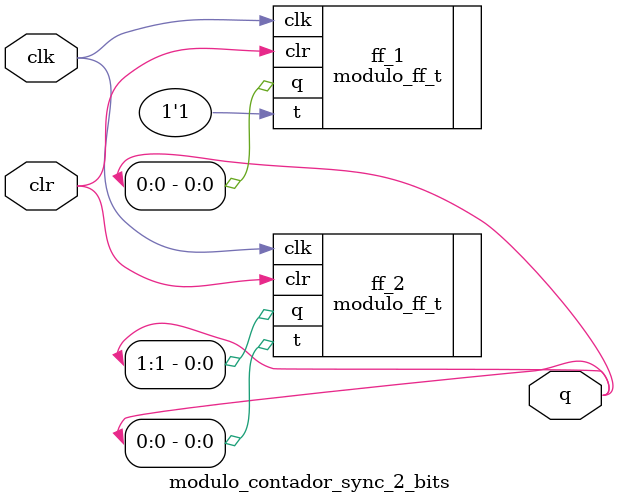
<source format=v>
module modulo_contador_sync_2_bits(clr, clk, q);


	input clk,clr;
	output [1:0] q;
	
	modulo_ff_t ff_1(.t(1'b1),.clk(clk),.clr(clr),.q(q[0]));
	
	modulo_ff_t ff_2(.t(q[0]),.clk(clk),.clr(clr),.q(q[1]));

	
endmodule 

</source>
